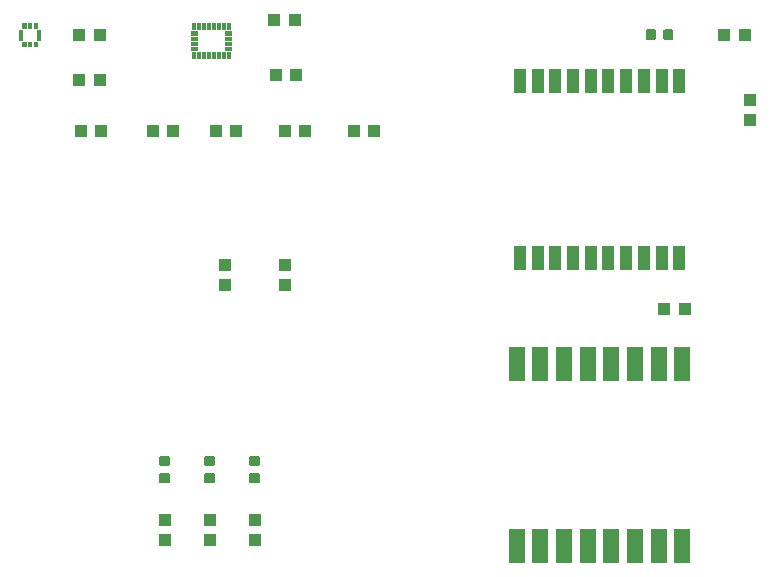
<source format=gbr>
G04 EAGLE Gerber RS-274X export*
G75*
%MOMM*%
%FSLAX34Y34*%
%LPD*%
%INSolderpaste Top*%
%IPPOS*%
%AMOC8*
5,1,8,0,0,1.08239X$1,22.5*%
G01*
%ADD10C,0.031500*%
%ADD11C,0.019600*%
%ADD12R,1.000000X2.000000*%
%ADD13R,1.000000X1.100000*%
%ADD14R,1.400000X3.000000*%
%ADD15R,1.100000X1.000000*%

G36*
X566252Y465203D02*
X566252Y465203D01*
X566254Y465201D01*
X566598Y465228D01*
X566602Y465232D01*
X566606Y465229D01*
X566942Y465310D01*
X566945Y465315D01*
X566949Y465313D01*
X567268Y465445D01*
X567271Y465450D01*
X567275Y465448D01*
X567569Y465628D01*
X567571Y465633D01*
X567575Y465633D01*
X567838Y465857D01*
X567839Y465862D01*
X567844Y465862D01*
X568068Y466125D01*
X568068Y466131D01*
X568072Y466131D01*
X568252Y466425D01*
X568251Y466431D01*
X568256Y466432D01*
X568388Y466751D01*
X568386Y466757D01*
X568390Y466758D01*
X568471Y467094D01*
X568469Y467100D01*
X568472Y467102D01*
X568499Y467446D01*
X568497Y467449D01*
X568499Y467450D01*
X568472Y472694D01*
X568467Y472701D01*
X568471Y472706D01*
X568390Y473042D01*
X568385Y473045D01*
X568388Y473049D01*
X568256Y473368D01*
X568250Y473371D01*
X568252Y473375D01*
X568072Y473669D01*
X568067Y473671D01*
X568068Y473675D01*
X567844Y473938D01*
X567838Y473939D01*
X567838Y473944D01*
X567575Y474168D01*
X567569Y474168D01*
X567569Y474172D01*
X567275Y474352D01*
X567269Y474351D01*
X567268Y474356D01*
X566949Y474488D01*
X566943Y474486D01*
X566942Y474490D01*
X566606Y474571D01*
X566600Y474569D01*
X566598Y474572D01*
X566254Y474599D01*
X566251Y474598D01*
X566250Y474599D01*
X562050Y474599D01*
X562048Y474597D01*
X562046Y474599D01*
X561702Y474572D01*
X561698Y474568D01*
X561694Y474571D01*
X561358Y474490D01*
X561355Y474485D01*
X561351Y474488D01*
X561032Y474356D01*
X561029Y474350D01*
X561025Y474352D01*
X560731Y474172D01*
X560729Y474167D01*
X560725Y474168D01*
X560462Y473944D01*
X560461Y473938D01*
X560457Y473938D01*
X560233Y473675D01*
X560232Y473669D01*
X560228Y473669D01*
X560048Y473375D01*
X560049Y473369D01*
X560045Y473368D01*
X559913Y473049D01*
X559913Y473046D01*
X559911Y473045D01*
X559913Y473043D01*
X559910Y473042D01*
X559829Y472706D01*
X559831Y472702D01*
X559829Y472700D01*
X559830Y472699D01*
X559828Y472698D01*
X559801Y472354D01*
X559803Y472351D01*
X559801Y472350D01*
X559828Y467106D01*
X559833Y467099D01*
X559829Y467094D01*
X559910Y466758D01*
X559915Y466755D01*
X559913Y466751D01*
X560045Y466432D01*
X560050Y466429D01*
X560048Y466425D01*
X560228Y466131D01*
X560233Y466129D01*
X560233Y466125D01*
X560457Y465862D01*
X560462Y465861D01*
X560462Y465857D01*
X560725Y465633D01*
X560731Y465632D01*
X560731Y465628D01*
X561025Y465448D01*
X561031Y465449D01*
X561032Y465445D01*
X561351Y465313D01*
X561357Y465314D01*
X561358Y465310D01*
X561694Y465229D01*
X561700Y465231D01*
X561702Y465228D01*
X562046Y465201D01*
X562049Y465203D01*
X562050Y465201D01*
X566250Y465201D01*
X566252Y465203D01*
G37*
G36*
X580952Y465203D02*
X580952Y465203D01*
X580954Y465201D01*
X581298Y465228D01*
X581302Y465232D01*
X581306Y465229D01*
X581642Y465310D01*
X581645Y465315D01*
X581649Y465313D01*
X581968Y465445D01*
X581971Y465450D01*
X581975Y465448D01*
X582269Y465628D01*
X582271Y465633D01*
X582275Y465633D01*
X582538Y465857D01*
X582539Y465862D01*
X582544Y465862D01*
X582768Y466125D01*
X582768Y466131D01*
X582772Y466131D01*
X582952Y466425D01*
X582951Y466431D01*
X582956Y466432D01*
X583088Y466751D01*
X583086Y466757D01*
X583090Y466758D01*
X583171Y467094D01*
X583169Y467100D01*
X583172Y467102D01*
X583199Y467446D01*
X583197Y467449D01*
X583199Y467450D01*
X583172Y472694D01*
X583167Y472701D01*
X583171Y472706D01*
X583090Y473042D01*
X583085Y473045D01*
X583088Y473049D01*
X582956Y473368D01*
X582950Y473371D01*
X582952Y473375D01*
X582772Y473669D01*
X582767Y473671D01*
X582768Y473675D01*
X582544Y473938D01*
X582538Y473939D01*
X582538Y473944D01*
X582275Y474168D01*
X582269Y474168D01*
X582269Y474172D01*
X581975Y474352D01*
X581969Y474351D01*
X581968Y474356D01*
X581649Y474488D01*
X581643Y474486D01*
X581642Y474490D01*
X581306Y474571D01*
X581300Y474569D01*
X581298Y474572D01*
X580954Y474599D01*
X580951Y474598D01*
X580950Y474599D01*
X576750Y474599D01*
X576748Y474597D01*
X576746Y474599D01*
X576402Y474572D01*
X576398Y474568D01*
X576394Y474571D01*
X576058Y474490D01*
X576055Y474485D01*
X576051Y474488D01*
X575732Y474356D01*
X575729Y474350D01*
X575725Y474352D01*
X575431Y474172D01*
X575429Y474167D01*
X575425Y474168D01*
X575162Y473944D01*
X575161Y473938D01*
X575157Y473938D01*
X574933Y473675D01*
X574932Y473669D01*
X574928Y473669D01*
X574748Y473375D01*
X574749Y473369D01*
X574745Y473368D01*
X574613Y473049D01*
X574613Y473046D01*
X574611Y473045D01*
X574613Y473043D01*
X574610Y473042D01*
X574529Y472706D01*
X574531Y472702D01*
X574529Y472700D01*
X574530Y472699D01*
X574528Y472698D01*
X574501Y472354D01*
X574503Y472351D01*
X574501Y472350D01*
X574528Y467106D01*
X574533Y467099D01*
X574529Y467094D01*
X574610Y466758D01*
X574615Y466755D01*
X574613Y466751D01*
X574745Y466432D01*
X574750Y466429D01*
X574748Y466425D01*
X574928Y466131D01*
X574933Y466129D01*
X574933Y466125D01*
X575157Y465862D01*
X575162Y465861D01*
X575162Y465857D01*
X575425Y465633D01*
X575431Y465632D01*
X575431Y465628D01*
X575725Y465448D01*
X575731Y465449D01*
X575732Y465445D01*
X576051Y465313D01*
X576057Y465314D01*
X576058Y465310D01*
X576394Y465229D01*
X576400Y465231D01*
X576402Y465228D01*
X576746Y465201D01*
X576749Y465203D01*
X576750Y465201D01*
X580950Y465201D01*
X580952Y465203D01*
G37*
G36*
X193294Y104628D02*
X193294Y104628D01*
X193301Y104633D01*
X193306Y104629D01*
X193642Y104710D01*
X193645Y104715D01*
X193649Y104713D01*
X193968Y104845D01*
X193971Y104850D01*
X193975Y104848D01*
X194269Y105028D01*
X194271Y105033D01*
X194275Y105033D01*
X194538Y105257D01*
X194539Y105262D01*
X194544Y105262D01*
X194768Y105525D01*
X194768Y105531D01*
X194772Y105531D01*
X194952Y105825D01*
X194951Y105831D01*
X194956Y105832D01*
X195088Y106151D01*
X195086Y106157D01*
X195090Y106158D01*
X195171Y106494D01*
X195169Y106500D01*
X195172Y106502D01*
X195199Y106846D01*
X195198Y106849D01*
X195199Y106850D01*
X195199Y111050D01*
X195197Y111052D01*
X195199Y111054D01*
X195172Y111398D01*
X195168Y111402D01*
X195171Y111406D01*
X195090Y111742D01*
X195085Y111745D01*
X195088Y111749D01*
X194956Y112068D01*
X194950Y112071D01*
X194952Y112075D01*
X194772Y112369D01*
X194767Y112371D01*
X194768Y112375D01*
X194544Y112638D01*
X194538Y112639D01*
X194538Y112644D01*
X194275Y112868D01*
X194269Y112868D01*
X194269Y112872D01*
X193975Y113052D01*
X193969Y113051D01*
X193968Y113056D01*
X193649Y113188D01*
X193643Y113186D01*
X193642Y113190D01*
X193306Y113271D01*
X193301Y113269D01*
X193300Y113269D01*
X193298Y113272D01*
X192954Y113299D01*
X192951Y113297D01*
X192950Y113299D01*
X187706Y113272D01*
X187701Y113269D01*
X187697Y113269D01*
X187694Y113271D01*
X187358Y113190D01*
X187355Y113185D01*
X187351Y113188D01*
X187032Y113056D01*
X187029Y113050D01*
X187025Y113052D01*
X186731Y112872D01*
X186729Y112867D01*
X186725Y112868D01*
X186462Y112644D01*
X186461Y112638D01*
X186457Y112638D01*
X186233Y112375D01*
X186232Y112369D01*
X186228Y112369D01*
X186048Y112075D01*
X186049Y112069D01*
X186045Y112068D01*
X185913Y111749D01*
X185914Y111743D01*
X185910Y111742D01*
X185829Y111406D01*
X185831Y111400D01*
X185828Y111398D01*
X185801Y111054D01*
X185803Y111051D01*
X185801Y111050D01*
X185801Y106850D01*
X185803Y106848D01*
X185801Y106846D01*
X185828Y106502D01*
X185832Y106498D01*
X185829Y106494D01*
X185910Y106158D01*
X185915Y106155D01*
X185913Y106151D01*
X186045Y105832D01*
X186050Y105829D01*
X186048Y105825D01*
X186228Y105531D01*
X186233Y105529D01*
X186233Y105525D01*
X186457Y105262D01*
X186462Y105261D01*
X186462Y105257D01*
X186725Y105033D01*
X186731Y105032D01*
X186731Y105028D01*
X187025Y104848D01*
X187031Y104849D01*
X187032Y104845D01*
X187351Y104713D01*
X187357Y104714D01*
X187358Y104710D01*
X187694Y104629D01*
X187700Y104631D01*
X187702Y104628D01*
X188046Y104601D01*
X188049Y104603D01*
X188050Y104601D01*
X193294Y104628D01*
G37*
G36*
X231394Y104628D02*
X231394Y104628D01*
X231401Y104633D01*
X231406Y104629D01*
X231742Y104710D01*
X231745Y104715D01*
X231749Y104713D01*
X232068Y104845D01*
X232071Y104850D01*
X232075Y104848D01*
X232369Y105028D01*
X232371Y105033D01*
X232375Y105033D01*
X232638Y105257D01*
X232639Y105262D01*
X232644Y105262D01*
X232868Y105525D01*
X232868Y105531D01*
X232872Y105531D01*
X233052Y105825D01*
X233051Y105831D01*
X233056Y105832D01*
X233188Y106151D01*
X233186Y106157D01*
X233190Y106158D01*
X233271Y106494D01*
X233269Y106500D01*
X233272Y106502D01*
X233299Y106846D01*
X233298Y106849D01*
X233299Y106850D01*
X233299Y111050D01*
X233297Y111052D01*
X233299Y111054D01*
X233272Y111398D01*
X233268Y111402D01*
X233271Y111406D01*
X233190Y111742D01*
X233185Y111745D01*
X233188Y111749D01*
X233056Y112068D01*
X233050Y112071D01*
X233052Y112075D01*
X232872Y112369D01*
X232867Y112371D01*
X232868Y112375D01*
X232644Y112638D01*
X232638Y112639D01*
X232638Y112644D01*
X232375Y112868D01*
X232369Y112868D01*
X232369Y112872D01*
X232075Y113052D01*
X232069Y113051D01*
X232068Y113056D01*
X231749Y113188D01*
X231743Y113186D01*
X231742Y113190D01*
X231406Y113271D01*
X231401Y113269D01*
X231400Y113269D01*
X231398Y113272D01*
X231054Y113299D01*
X231051Y113297D01*
X231050Y113299D01*
X225806Y113272D01*
X225801Y113269D01*
X225797Y113269D01*
X225794Y113271D01*
X225458Y113190D01*
X225455Y113185D01*
X225451Y113188D01*
X225132Y113056D01*
X225129Y113050D01*
X225125Y113052D01*
X224831Y112872D01*
X224829Y112867D01*
X224825Y112868D01*
X224562Y112644D01*
X224561Y112638D01*
X224557Y112638D01*
X224333Y112375D01*
X224332Y112369D01*
X224328Y112369D01*
X224148Y112075D01*
X224149Y112069D01*
X224145Y112068D01*
X224013Y111749D01*
X224014Y111743D01*
X224010Y111742D01*
X223929Y111406D01*
X223931Y111400D01*
X223928Y111398D01*
X223901Y111054D01*
X223903Y111051D01*
X223901Y111050D01*
X223901Y106850D01*
X223903Y106848D01*
X223901Y106846D01*
X223928Y106502D01*
X223932Y106498D01*
X223929Y106494D01*
X224010Y106158D01*
X224015Y106155D01*
X224013Y106151D01*
X224145Y105832D01*
X224150Y105829D01*
X224148Y105825D01*
X224328Y105531D01*
X224333Y105529D01*
X224333Y105525D01*
X224557Y105262D01*
X224562Y105261D01*
X224562Y105257D01*
X224825Y105033D01*
X224831Y105032D01*
X224831Y105028D01*
X225125Y104848D01*
X225131Y104849D01*
X225132Y104845D01*
X225451Y104713D01*
X225457Y104714D01*
X225458Y104710D01*
X225794Y104629D01*
X225800Y104631D01*
X225802Y104628D01*
X226146Y104601D01*
X226149Y104603D01*
X226150Y104601D01*
X231394Y104628D01*
G37*
G36*
X155194Y104628D02*
X155194Y104628D01*
X155201Y104633D01*
X155206Y104629D01*
X155542Y104710D01*
X155545Y104715D01*
X155549Y104713D01*
X155868Y104845D01*
X155871Y104850D01*
X155875Y104848D01*
X156169Y105028D01*
X156171Y105033D01*
X156175Y105033D01*
X156438Y105257D01*
X156439Y105262D01*
X156444Y105262D01*
X156668Y105525D01*
X156668Y105531D01*
X156672Y105531D01*
X156852Y105825D01*
X156851Y105831D01*
X156856Y105832D01*
X156988Y106151D01*
X156986Y106157D01*
X156990Y106158D01*
X157071Y106494D01*
X157069Y106500D01*
X157072Y106502D01*
X157099Y106846D01*
X157098Y106849D01*
X157099Y106850D01*
X157099Y111050D01*
X157097Y111052D01*
X157099Y111054D01*
X157072Y111398D01*
X157068Y111402D01*
X157071Y111406D01*
X156990Y111742D01*
X156985Y111745D01*
X156988Y111749D01*
X156856Y112068D01*
X156850Y112071D01*
X156852Y112075D01*
X156672Y112369D01*
X156667Y112371D01*
X156668Y112375D01*
X156444Y112638D01*
X156438Y112639D01*
X156438Y112644D01*
X156175Y112868D01*
X156169Y112868D01*
X156169Y112872D01*
X155875Y113052D01*
X155869Y113051D01*
X155868Y113056D01*
X155549Y113188D01*
X155543Y113186D01*
X155542Y113190D01*
X155206Y113271D01*
X155201Y113269D01*
X155200Y113269D01*
X155198Y113272D01*
X154854Y113299D01*
X154851Y113297D01*
X154850Y113299D01*
X149606Y113272D01*
X149601Y113269D01*
X149597Y113269D01*
X149594Y113271D01*
X149258Y113190D01*
X149255Y113185D01*
X149251Y113188D01*
X148932Y113056D01*
X148929Y113050D01*
X148925Y113052D01*
X148631Y112872D01*
X148629Y112867D01*
X148625Y112868D01*
X148362Y112644D01*
X148361Y112638D01*
X148357Y112638D01*
X148133Y112375D01*
X148132Y112369D01*
X148128Y112369D01*
X147948Y112075D01*
X147949Y112069D01*
X147945Y112068D01*
X147813Y111749D01*
X147814Y111743D01*
X147810Y111742D01*
X147729Y111406D01*
X147731Y111400D01*
X147728Y111398D01*
X147701Y111054D01*
X147703Y111051D01*
X147701Y111050D01*
X147701Y106850D01*
X147703Y106848D01*
X147701Y106846D01*
X147728Y106502D01*
X147732Y106498D01*
X147729Y106494D01*
X147810Y106158D01*
X147815Y106155D01*
X147813Y106151D01*
X147945Y105832D01*
X147950Y105829D01*
X147948Y105825D01*
X148128Y105531D01*
X148133Y105529D01*
X148133Y105525D01*
X148357Y105262D01*
X148362Y105261D01*
X148362Y105257D01*
X148625Y105033D01*
X148631Y105032D01*
X148631Y105028D01*
X148925Y104848D01*
X148931Y104849D01*
X148932Y104845D01*
X149251Y104713D01*
X149257Y104714D01*
X149258Y104710D01*
X149594Y104629D01*
X149600Y104631D01*
X149602Y104628D01*
X149946Y104601D01*
X149949Y104603D01*
X149950Y104601D01*
X155194Y104628D01*
G37*
G36*
X231394Y89928D02*
X231394Y89928D01*
X231401Y89933D01*
X231406Y89929D01*
X231742Y90010D01*
X231745Y90015D01*
X231749Y90013D01*
X232068Y90145D01*
X232071Y90150D01*
X232075Y90148D01*
X232369Y90328D01*
X232371Y90333D01*
X232375Y90333D01*
X232638Y90557D01*
X232639Y90562D01*
X232644Y90562D01*
X232868Y90825D01*
X232868Y90831D01*
X232872Y90831D01*
X233052Y91125D01*
X233051Y91131D01*
X233056Y91132D01*
X233188Y91451D01*
X233186Y91457D01*
X233190Y91458D01*
X233271Y91794D01*
X233269Y91800D01*
X233272Y91802D01*
X233299Y92146D01*
X233298Y92149D01*
X233299Y92150D01*
X233299Y96350D01*
X233297Y96352D01*
X233299Y96354D01*
X233272Y96698D01*
X233268Y96702D01*
X233271Y96706D01*
X233190Y97042D01*
X233185Y97045D01*
X233188Y97049D01*
X233056Y97368D01*
X233050Y97371D01*
X233052Y97375D01*
X232872Y97669D01*
X232867Y97671D01*
X232868Y97675D01*
X232644Y97938D01*
X232638Y97939D01*
X232638Y97944D01*
X232375Y98168D01*
X232369Y98168D01*
X232369Y98172D01*
X232075Y98352D01*
X232069Y98351D01*
X232068Y98356D01*
X231749Y98488D01*
X231743Y98486D01*
X231742Y98490D01*
X231406Y98571D01*
X231401Y98569D01*
X231400Y98569D01*
X231398Y98572D01*
X231054Y98599D01*
X231051Y98597D01*
X231050Y98599D01*
X225806Y98572D01*
X225801Y98569D01*
X225797Y98569D01*
X225794Y98571D01*
X225458Y98490D01*
X225455Y98485D01*
X225451Y98488D01*
X225132Y98356D01*
X225129Y98350D01*
X225125Y98352D01*
X224831Y98172D01*
X224829Y98167D01*
X224825Y98168D01*
X224562Y97944D01*
X224561Y97938D01*
X224557Y97938D01*
X224333Y97675D01*
X224332Y97669D01*
X224328Y97669D01*
X224148Y97375D01*
X224149Y97369D01*
X224145Y97368D01*
X224013Y97049D01*
X224014Y97043D01*
X224010Y97042D01*
X223929Y96706D01*
X223931Y96700D01*
X223928Y96698D01*
X223901Y96354D01*
X223903Y96351D01*
X223901Y96350D01*
X223901Y92150D01*
X223903Y92148D01*
X223901Y92146D01*
X223928Y91802D01*
X223932Y91798D01*
X223929Y91794D01*
X224010Y91458D01*
X224015Y91455D01*
X224013Y91451D01*
X224145Y91132D01*
X224150Y91129D01*
X224148Y91125D01*
X224328Y90831D01*
X224333Y90829D01*
X224333Y90825D01*
X224557Y90562D01*
X224562Y90561D01*
X224562Y90557D01*
X224825Y90333D01*
X224831Y90332D01*
X224831Y90328D01*
X225125Y90148D01*
X225131Y90149D01*
X225132Y90145D01*
X225451Y90013D01*
X225457Y90014D01*
X225458Y90010D01*
X225794Y89929D01*
X225800Y89931D01*
X225802Y89928D01*
X226146Y89901D01*
X226149Y89903D01*
X226150Y89901D01*
X231394Y89928D01*
G37*
G36*
X193294Y89928D02*
X193294Y89928D01*
X193301Y89933D01*
X193306Y89929D01*
X193642Y90010D01*
X193645Y90015D01*
X193649Y90013D01*
X193968Y90145D01*
X193971Y90150D01*
X193975Y90148D01*
X194269Y90328D01*
X194271Y90333D01*
X194275Y90333D01*
X194538Y90557D01*
X194539Y90562D01*
X194544Y90562D01*
X194768Y90825D01*
X194768Y90831D01*
X194772Y90831D01*
X194952Y91125D01*
X194951Y91131D01*
X194956Y91132D01*
X195088Y91451D01*
X195086Y91457D01*
X195090Y91458D01*
X195171Y91794D01*
X195169Y91800D01*
X195172Y91802D01*
X195199Y92146D01*
X195198Y92149D01*
X195199Y92150D01*
X195199Y96350D01*
X195197Y96352D01*
X195199Y96354D01*
X195172Y96698D01*
X195168Y96702D01*
X195171Y96706D01*
X195090Y97042D01*
X195085Y97045D01*
X195088Y97049D01*
X194956Y97368D01*
X194950Y97371D01*
X194952Y97375D01*
X194772Y97669D01*
X194767Y97671D01*
X194768Y97675D01*
X194544Y97938D01*
X194538Y97939D01*
X194538Y97944D01*
X194275Y98168D01*
X194269Y98168D01*
X194269Y98172D01*
X193975Y98352D01*
X193969Y98351D01*
X193968Y98356D01*
X193649Y98488D01*
X193643Y98486D01*
X193642Y98490D01*
X193306Y98571D01*
X193301Y98569D01*
X193300Y98569D01*
X193298Y98572D01*
X192954Y98599D01*
X192951Y98597D01*
X192950Y98599D01*
X187706Y98572D01*
X187701Y98569D01*
X187697Y98569D01*
X187694Y98571D01*
X187358Y98490D01*
X187355Y98485D01*
X187351Y98488D01*
X187032Y98356D01*
X187029Y98350D01*
X187025Y98352D01*
X186731Y98172D01*
X186729Y98167D01*
X186725Y98168D01*
X186462Y97944D01*
X186461Y97938D01*
X186457Y97938D01*
X186233Y97675D01*
X186232Y97669D01*
X186228Y97669D01*
X186048Y97375D01*
X186049Y97369D01*
X186045Y97368D01*
X185913Y97049D01*
X185914Y97043D01*
X185910Y97042D01*
X185829Y96706D01*
X185831Y96700D01*
X185828Y96698D01*
X185801Y96354D01*
X185803Y96351D01*
X185801Y96350D01*
X185801Y92150D01*
X185803Y92148D01*
X185801Y92146D01*
X185828Y91802D01*
X185832Y91798D01*
X185829Y91794D01*
X185910Y91458D01*
X185915Y91455D01*
X185913Y91451D01*
X186045Y91132D01*
X186050Y91129D01*
X186048Y91125D01*
X186228Y90831D01*
X186233Y90829D01*
X186233Y90825D01*
X186457Y90562D01*
X186462Y90561D01*
X186462Y90557D01*
X186725Y90333D01*
X186731Y90332D01*
X186731Y90328D01*
X187025Y90148D01*
X187031Y90149D01*
X187032Y90145D01*
X187351Y90013D01*
X187357Y90014D01*
X187358Y90010D01*
X187694Y89929D01*
X187700Y89931D01*
X187702Y89928D01*
X188046Y89901D01*
X188049Y89903D01*
X188050Y89901D01*
X193294Y89928D01*
G37*
G36*
X155194Y89928D02*
X155194Y89928D01*
X155201Y89933D01*
X155206Y89929D01*
X155542Y90010D01*
X155545Y90015D01*
X155549Y90013D01*
X155868Y90145D01*
X155871Y90150D01*
X155875Y90148D01*
X156169Y90328D01*
X156171Y90333D01*
X156175Y90333D01*
X156438Y90557D01*
X156439Y90562D01*
X156444Y90562D01*
X156668Y90825D01*
X156668Y90831D01*
X156672Y90831D01*
X156852Y91125D01*
X156851Y91131D01*
X156856Y91132D01*
X156988Y91451D01*
X156986Y91457D01*
X156990Y91458D01*
X157071Y91794D01*
X157069Y91800D01*
X157072Y91802D01*
X157099Y92146D01*
X157098Y92149D01*
X157099Y92150D01*
X157099Y96350D01*
X157097Y96352D01*
X157099Y96354D01*
X157072Y96698D01*
X157068Y96702D01*
X157071Y96706D01*
X156990Y97042D01*
X156985Y97045D01*
X156988Y97049D01*
X156856Y97368D01*
X156850Y97371D01*
X156852Y97375D01*
X156672Y97669D01*
X156667Y97671D01*
X156668Y97675D01*
X156444Y97938D01*
X156438Y97939D01*
X156438Y97944D01*
X156175Y98168D01*
X156169Y98168D01*
X156169Y98172D01*
X155875Y98352D01*
X155869Y98351D01*
X155868Y98356D01*
X155549Y98488D01*
X155543Y98486D01*
X155542Y98490D01*
X155206Y98571D01*
X155201Y98569D01*
X155200Y98569D01*
X155198Y98572D01*
X154854Y98599D01*
X154851Y98597D01*
X154850Y98599D01*
X149606Y98572D01*
X149601Y98569D01*
X149597Y98569D01*
X149594Y98571D01*
X149258Y98490D01*
X149255Y98485D01*
X149251Y98488D01*
X148932Y98356D01*
X148929Y98350D01*
X148925Y98352D01*
X148631Y98172D01*
X148629Y98167D01*
X148625Y98168D01*
X148362Y97944D01*
X148361Y97938D01*
X148357Y97938D01*
X148133Y97675D01*
X148132Y97669D01*
X148128Y97669D01*
X147948Y97375D01*
X147949Y97369D01*
X147945Y97368D01*
X147813Y97049D01*
X147814Y97043D01*
X147810Y97042D01*
X147729Y96706D01*
X147731Y96700D01*
X147728Y96698D01*
X147701Y96354D01*
X147703Y96351D01*
X147701Y96350D01*
X147701Y92150D01*
X147703Y92148D01*
X147701Y92146D01*
X147728Y91802D01*
X147732Y91798D01*
X147729Y91794D01*
X147810Y91458D01*
X147815Y91455D01*
X147813Y91451D01*
X147945Y91132D01*
X147950Y91129D01*
X147948Y91125D01*
X148128Y90831D01*
X148133Y90829D01*
X148133Y90825D01*
X148357Y90562D01*
X148362Y90561D01*
X148362Y90557D01*
X148625Y90333D01*
X148631Y90332D01*
X148631Y90328D01*
X148925Y90148D01*
X148931Y90149D01*
X148932Y90145D01*
X149251Y90013D01*
X149257Y90014D01*
X149258Y90010D01*
X149594Y89929D01*
X149600Y89931D01*
X149602Y89928D01*
X149946Y89901D01*
X149949Y89903D01*
X149950Y89901D01*
X155194Y89928D01*
G37*
D10*
X32043Y474143D02*
X32043Y470657D01*
X28857Y470657D01*
X28857Y474143D01*
X32043Y474143D01*
X32043Y470956D02*
X28857Y470956D01*
X28857Y471255D02*
X32043Y471255D01*
X32043Y471554D02*
X28857Y471554D01*
X28857Y471853D02*
X32043Y471853D01*
X32043Y472152D02*
X28857Y472152D01*
X28857Y472451D02*
X32043Y472451D01*
X32043Y472750D02*
X28857Y472750D01*
X28857Y473049D02*
X32043Y473049D01*
X32043Y473348D02*
X28857Y473348D01*
X28857Y473647D02*
X32043Y473647D01*
X32043Y473946D02*
X28857Y473946D01*
X32043Y469143D02*
X32043Y465657D01*
X28857Y465657D01*
X28857Y469143D01*
X32043Y469143D01*
X32043Y465956D02*
X28857Y465956D01*
X28857Y466255D02*
X32043Y466255D01*
X32043Y466554D02*
X28857Y466554D01*
X28857Y466853D02*
X32043Y466853D01*
X32043Y467152D02*
X28857Y467152D01*
X28857Y467451D02*
X32043Y467451D01*
X32043Y467750D02*
X28857Y467750D01*
X28857Y468049D02*
X32043Y468049D01*
X32043Y468348D02*
X28857Y468348D01*
X28857Y468647D02*
X32043Y468647D01*
X32043Y468946D02*
X28857Y468946D01*
X34693Y463993D02*
X34693Y460507D01*
X31507Y460507D01*
X31507Y463993D01*
X34693Y463993D01*
X34693Y460806D02*
X31507Y460806D01*
X31507Y461105D02*
X34693Y461105D01*
X34693Y461404D02*
X31507Y461404D01*
X31507Y461703D02*
X34693Y461703D01*
X34693Y462002D02*
X31507Y462002D01*
X31507Y462301D02*
X34693Y462301D01*
X34693Y462600D02*
X31507Y462600D01*
X31507Y462899D02*
X34693Y462899D01*
X34693Y463198D02*
X31507Y463198D01*
X31507Y463497D02*
X34693Y463497D01*
X34693Y463796D02*
X31507Y463796D01*
X39693Y463993D02*
X39693Y460507D01*
X36507Y460507D01*
X36507Y463993D01*
X39693Y463993D01*
X39693Y460806D02*
X36507Y460806D01*
X36507Y461105D02*
X39693Y461105D01*
X39693Y461404D02*
X36507Y461404D01*
X36507Y461703D02*
X39693Y461703D01*
X39693Y462002D02*
X36507Y462002D01*
X36507Y462301D02*
X39693Y462301D01*
X39693Y462600D02*
X36507Y462600D01*
X36507Y462899D02*
X39693Y462899D01*
X39693Y463198D02*
X36507Y463198D01*
X36507Y463497D02*
X39693Y463497D01*
X39693Y463796D02*
X36507Y463796D01*
X44693Y463993D02*
X44693Y460507D01*
X41507Y460507D01*
X41507Y463993D01*
X44693Y463993D01*
X44693Y460806D02*
X41507Y460806D01*
X41507Y461105D02*
X44693Y461105D01*
X44693Y461404D02*
X41507Y461404D01*
X41507Y461703D02*
X44693Y461703D01*
X44693Y462002D02*
X41507Y462002D01*
X41507Y462301D02*
X44693Y462301D01*
X44693Y462600D02*
X41507Y462600D01*
X41507Y462899D02*
X44693Y462899D01*
X44693Y463198D02*
X41507Y463198D01*
X41507Y463497D02*
X44693Y463497D01*
X44693Y463796D02*
X41507Y463796D01*
X47343Y465657D02*
X47343Y469143D01*
X47343Y465657D02*
X44157Y465657D01*
X44157Y469143D01*
X47343Y469143D01*
X47343Y465956D02*
X44157Y465956D01*
X44157Y466255D02*
X47343Y466255D01*
X47343Y466554D02*
X44157Y466554D01*
X44157Y466853D02*
X47343Y466853D01*
X47343Y467152D02*
X44157Y467152D01*
X44157Y467451D02*
X47343Y467451D01*
X47343Y467750D02*
X44157Y467750D01*
X44157Y468049D02*
X47343Y468049D01*
X47343Y468348D02*
X44157Y468348D01*
X44157Y468647D02*
X47343Y468647D01*
X47343Y468946D02*
X44157Y468946D01*
X47343Y470657D02*
X47343Y474143D01*
X47343Y470657D02*
X44157Y470657D01*
X44157Y474143D01*
X47343Y474143D01*
X47343Y470956D02*
X44157Y470956D01*
X44157Y471255D02*
X47343Y471255D01*
X47343Y471554D02*
X44157Y471554D01*
X44157Y471853D02*
X47343Y471853D01*
X47343Y472152D02*
X44157Y472152D01*
X44157Y472451D02*
X47343Y472451D01*
X47343Y472750D02*
X44157Y472750D01*
X44157Y473049D02*
X47343Y473049D01*
X47343Y473348D02*
X44157Y473348D01*
X44157Y473647D02*
X47343Y473647D01*
X47343Y473946D02*
X44157Y473946D01*
X44693Y475807D02*
X44693Y479293D01*
X44693Y475807D02*
X41507Y475807D01*
X41507Y479293D01*
X44693Y479293D01*
X44693Y476106D02*
X41507Y476106D01*
X41507Y476405D02*
X44693Y476405D01*
X44693Y476704D02*
X41507Y476704D01*
X41507Y477003D02*
X44693Y477003D01*
X44693Y477302D02*
X41507Y477302D01*
X41507Y477601D02*
X44693Y477601D01*
X44693Y477900D02*
X41507Y477900D01*
X41507Y478199D02*
X44693Y478199D01*
X44693Y478498D02*
X41507Y478498D01*
X41507Y478797D02*
X44693Y478797D01*
X44693Y479096D02*
X41507Y479096D01*
X39693Y479293D02*
X39693Y475807D01*
X36507Y475807D01*
X36507Y479293D01*
X39693Y479293D01*
X39693Y476106D02*
X36507Y476106D01*
X36507Y476405D02*
X39693Y476405D01*
X39693Y476704D02*
X36507Y476704D01*
X36507Y477003D02*
X39693Y477003D01*
X39693Y477302D02*
X36507Y477302D01*
X36507Y477601D02*
X39693Y477601D01*
X39693Y477900D02*
X36507Y477900D01*
X36507Y478199D02*
X39693Y478199D01*
X39693Y478498D02*
X36507Y478498D01*
X36507Y478797D02*
X39693Y478797D01*
X39693Y479096D02*
X36507Y479096D01*
X34693Y479293D02*
X34693Y475807D01*
X31507Y475807D01*
X31507Y479293D01*
X34693Y479293D01*
X34693Y476106D02*
X31507Y476106D01*
X31507Y476405D02*
X34693Y476405D01*
X34693Y476704D02*
X31507Y476704D01*
X31507Y477003D02*
X34693Y477003D01*
X34693Y477302D02*
X31507Y477302D01*
X31507Y477601D02*
X34693Y477601D01*
X34693Y477900D02*
X31507Y477900D01*
X31507Y478199D02*
X34693Y478199D01*
X34693Y478498D02*
X31507Y478498D01*
X31507Y478797D02*
X34693Y478797D01*
X34693Y479096D02*
X31507Y479096D01*
D11*
X178022Y479572D02*
X178022Y474468D01*
X175418Y474468D01*
X175418Y479572D01*
X178022Y479572D01*
X178022Y474654D02*
X175418Y474654D01*
X175418Y474840D02*
X178022Y474840D01*
X178022Y475026D02*
X175418Y475026D01*
X175418Y475212D02*
X178022Y475212D01*
X178022Y475398D02*
X175418Y475398D01*
X175418Y475584D02*
X178022Y475584D01*
X178022Y475770D02*
X175418Y475770D01*
X175418Y475956D02*
X178022Y475956D01*
X178022Y476142D02*
X175418Y476142D01*
X175418Y476328D02*
X178022Y476328D01*
X178022Y476514D02*
X175418Y476514D01*
X175418Y476700D02*
X178022Y476700D01*
X178022Y476886D02*
X175418Y476886D01*
X175418Y477072D02*
X178022Y477072D01*
X178022Y477258D02*
X175418Y477258D01*
X175418Y477444D02*
X178022Y477444D01*
X178022Y477630D02*
X175418Y477630D01*
X175418Y477816D02*
X178022Y477816D01*
X178022Y478002D02*
X175418Y478002D01*
X175418Y478188D02*
X178022Y478188D01*
X178022Y478374D02*
X175418Y478374D01*
X175418Y478560D02*
X178022Y478560D01*
X178022Y478746D02*
X175418Y478746D01*
X175418Y478932D02*
X178022Y478932D01*
X178022Y479118D02*
X175418Y479118D01*
X175418Y479304D02*
X178022Y479304D01*
X178022Y479490D02*
X175418Y479490D01*
X174518Y472572D02*
X179622Y472572D01*
X179622Y469968D01*
X174518Y469968D01*
X174518Y472572D01*
X174518Y470154D02*
X179622Y470154D01*
X179622Y470340D02*
X174518Y470340D01*
X174518Y470526D02*
X179622Y470526D01*
X179622Y470712D02*
X174518Y470712D01*
X174518Y470898D02*
X179622Y470898D01*
X179622Y471084D02*
X174518Y471084D01*
X174518Y471270D02*
X179622Y471270D01*
X179622Y471456D02*
X174518Y471456D01*
X174518Y471642D02*
X179622Y471642D01*
X179622Y471828D02*
X174518Y471828D01*
X174518Y472014D02*
X179622Y472014D01*
X179622Y472200D02*
X174518Y472200D01*
X174518Y472386D02*
X179622Y472386D01*
X179622Y472572D02*
X174518Y472572D01*
X174518Y468272D02*
X179622Y468272D01*
X179622Y465668D01*
X174518Y465668D01*
X174518Y468272D01*
X174518Y465854D02*
X179622Y465854D01*
X179622Y466040D02*
X174518Y466040D01*
X174518Y466226D02*
X179622Y466226D01*
X179622Y466412D02*
X174518Y466412D01*
X174518Y466598D02*
X179622Y466598D01*
X179622Y466784D02*
X174518Y466784D01*
X174518Y466970D02*
X179622Y466970D01*
X179622Y467156D02*
X174518Y467156D01*
X174518Y467342D02*
X179622Y467342D01*
X179622Y467528D02*
X174518Y467528D01*
X174518Y467714D02*
X179622Y467714D01*
X179622Y467900D02*
X174518Y467900D01*
X174518Y468086D02*
X179622Y468086D01*
X179622Y468272D02*
X174518Y468272D01*
X174518Y463972D02*
X179622Y463972D01*
X179622Y461368D01*
X174518Y461368D01*
X174518Y463972D01*
X174518Y461554D02*
X179622Y461554D01*
X179622Y461740D02*
X174518Y461740D01*
X174518Y461926D02*
X179622Y461926D01*
X179622Y462112D02*
X174518Y462112D01*
X174518Y462298D02*
X179622Y462298D01*
X179622Y462484D02*
X174518Y462484D01*
X174518Y462670D02*
X179622Y462670D01*
X179622Y462856D02*
X174518Y462856D01*
X174518Y463042D02*
X179622Y463042D01*
X179622Y463228D02*
X174518Y463228D01*
X174518Y463414D02*
X179622Y463414D01*
X179622Y463600D02*
X174518Y463600D01*
X174518Y463786D02*
X179622Y463786D01*
X179622Y463972D02*
X174518Y463972D01*
X174518Y459672D02*
X179622Y459672D01*
X179622Y457068D01*
X174518Y457068D01*
X174518Y459672D01*
X174518Y457254D02*
X179622Y457254D01*
X179622Y457440D02*
X174518Y457440D01*
X174518Y457626D02*
X179622Y457626D01*
X179622Y457812D02*
X174518Y457812D01*
X174518Y457998D02*
X179622Y457998D01*
X179622Y458184D02*
X174518Y458184D01*
X174518Y458370D02*
X179622Y458370D01*
X179622Y458556D02*
X174518Y458556D01*
X174518Y458742D02*
X179622Y458742D01*
X179622Y458928D02*
X174518Y458928D01*
X174518Y459114D02*
X179622Y459114D01*
X179622Y459300D02*
X174518Y459300D01*
X174518Y459486D02*
X179622Y459486D01*
X179622Y459672D02*
X174518Y459672D01*
X175418Y455172D02*
X175418Y450068D01*
X175418Y455172D02*
X178022Y455172D01*
X178022Y450068D01*
X175418Y450068D01*
X175418Y450254D02*
X178022Y450254D01*
X178022Y450440D02*
X175418Y450440D01*
X175418Y450626D02*
X178022Y450626D01*
X178022Y450812D02*
X175418Y450812D01*
X175418Y450998D02*
X178022Y450998D01*
X178022Y451184D02*
X175418Y451184D01*
X175418Y451370D02*
X178022Y451370D01*
X178022Y451556D02*
X175418Y451556D01*
X175418Y451742D02*
X178022Y451742D01*
X178022Y451928D02*
X175418Y451928D01*
X175418Y452114D02*
X178022Y452114D01*
X178022Y452300D02*
X175418Y452300D01*
X175418Y452486D02*
X178022Y452486D01*
X178022Y452672D02*
X175418Y452672D01*
X175418Y452858D02*
X178022Y452858D01*
X178022Y453044D02*
X175418Y453044D01*
X175418Y453230D02*
X178022Y453230D01*
X178022Y453416D02*
X175418Y453416D01*
X175418Y453602D02*
X178022Y453602D01*
X178022Y453788D02*
X175418Y453788D01*
X175418Y453974D02*
X178022Y453974D01*
X178022Y454160D02*
X175418Y454160D01*
X175418Y454346D02*
X178022Y454346D01*
X178022Y454532D02*
X175418Y454532D01*
X175418Y454718D02*
X178022Y454718D01*
X178022Y454904D02*
X175418Y454904D01*
X175418Y455090D02*
X178022Y455090D01*
X179718Y455172D02*
X179718Y450068D01*
X179718Y455172D02*
X182322Y455172D01*
X182322Y450068D01*
X179718Y450068D01*
X179718Y450254D02*
X182322Y450254D01*
X182322Y450440D02*
X179718Y450440D01*
X179718Y450626D02*
X182322Y450626D01*
X182322Y450812D02*
X179718Y450812D01*
X179718Y450998D02*
X182322Y450998D01*
X182322Y451184D02*
X179718Y451184D01*
X179718Y451370D02*
X182322Y451370D01*
X182322Y451556D02*
X179718Y451556D01*
X179718Y451742D02*
X182322Y451742D01*
X182322Y451928D02*
X179718Y451928D01*
X179718Y452114D02*
X182322Y452114D01*
X182322Y452300D02*
X179718Y452300D01*
X179718Y452486D02*
X182322Y452486D01*
X182322Y452672D02*
X179718Y452672D01*
X179718Y452858D02*
X182322Y452858D01*
X182322Y453044D02*
X179718Y453044D01*
X179718Y453230D02*
X182322Y453230D01*
X182322Y453416D02*
X179718Y453416D01*
X179718Y453602D02*
X182322Y453602D01*
X182322Y453788D02*
X179718Y453788D01*
X179718Y453974D02*
X182322Y453974D01*
X182322Y454160D02*
X179718Y454160D01*
X179718Y454346D02*
X182322Y454346D01*
X182322Y454532D02*
X179718Y454532D01*
X179718Y454718D02*
X182322Y454718D01*
X182322Y454904D02*
X179718Y454904D01*
X179718Y455090D02*
X182322Y455090D01*
X184018Y455172D02*
X184018Y450068D01*
X184018Y455172D02*
X186622Y455172D01*
X186622Y450068D01*
X184018Y450068D01*
X184018Y450254D02*
X186622Y450254D01*
X186622Y450440D02*
X184018Y450440D01*
X184018Y450626D02*
X186622Y450626D01*
X186622Y450812D02*
X184018Y450812D01*
X184018Y450998D02*
X186622Y450998D01*
X186622Y451184D02*
X184018Y451184D01*
X184018Y451370D02*
X186622Y451370D01*
X186622Y451556D02*
X184018Y451556D01*
X184018Y451742D02*
X186622Y451742D01*
X186622Y451928D02*
X184018Y451928D01*
X184018Y452114D02*
X186622Y452114D01*
X186622Y452300D02*
X184018Y452300D01*
X184018Y452486D02*
X186622Y452486D01*
X186622Y452672D02*
X184018Y452672D01*
X184018Y452858D02*
X186622Y452858D01*
X186622Y453044D02*
X184018Y453044D01*
X184018Y453230D02*
X186622Y453230D01*
X186622Y453416D02*
X184018Y453416D01*
X184018Y453602D02*
X186622Y453602D01*
X186622Y453788D02*
X184018Y453788D01*
X184018Y453974D02*
X186622Y453974D01*
X186622Y454160D02*
X184018Y454160D01*
X184018Y454346D02*
X186622Y454346D01*
X186622Y454532D02*
X184018Y454532D01*
X184018Y454718D02*
X186622Y454718D01*
X186622Y454904D02*
X184018Y454904D01*
X184018Y455090D02*
X186622Y455090D01*
X188318Y455172D02*
X188318Y450068D01*
X188318Y455172D02*
X190922Y455172D01*
X190922Y450068D01*
X188318Y450068D01*
X188318Y450254D02*
X190922Y450254D01*
X190922Y450440D02*
X188318Y450440D01*
X188318Y450626D02*
X190922Y450626D01*
X190922Y450812D02*
X188318Y450812D01*
X188318Y450998D02*
X190922Y450998D01*
X190922Y451184D02*
X188318Y451184D01*
X188318Y451370D02*
X190922Y451370D01*
X190922Y451556D02*
X188318Y451556D01*
X188318Y451742D02*
X190922Y451742D01*
X190922Y451928D02*
X188318Y451928D01*
X188318Y452114D02*
X190922Y452114D01*
X190922Y452300D02*
X188318Y452300D01*
X188318Y452486D02*
X190922Y452486D01*
X190922Y452672D02*
X188318Y452672D01*
X188318Y452858D02*
X190922Y452858D01*
X190922Y453044D02*
X188318Y453044D01*
X188318Y453230D02*
X190922Y453230D01*
X190922Y453416D02*
X188318Y453416D01*
X188318Y453602D02*
X190922Y453602D01*
X190922Y453788D02*
X188318Y453788D01*
X188318Y453974D02*
X190922Y453974D01*
X190922Y454160D02*
X188318Y454160D01*
X188318Y454346D02*
X190922Y454346D01*
X190922Y454532D02*
X188318Y454532D01*
X188318Y454718D02*
X190922Y454718D01*
X190922Y454904D02*
X188318Y454904D01*
X188318Y455090D02*
X190922Y455090D01*
X192618Y455172D02*
X192618Y450068D01*
X192618Y455172D02*
X195222Y455172D01*
X195222Y450068D01*
X192618Y450068D01*
X192618Y450254D02*
X195222Y450254D01*
X195222Y450440D02*
X192618Y450440D01*
X192618Y450626D02*
X195222Y450626D01*
X195222Y450812D02*
X192618Y450812D01*
X192618Y450998D02*
X195222Y450998D01*
X195222Y451184D02*
X192618Y451184D01*
X192618Y451370D02*
X195222Y451370D01*
X195222Y451556D02*
X192618Y451556D01*
X192618Y451742D02*
X195222Y451742D01*
X195222Y451928D02*
X192618Y451928D01*
X192618Y452114D02*
X195222Y452114D01*
X195222Y452300D02*
X192618Y452300D01*
X192618Y452486D02*
X195222Y452486D01*
X195222Y452672D02*
X192618Y452672D01*
X192618Y452858D02*
X195222Y452858D01*
X195222Y453044D02*
X192618Y453044D01*
X192618Y453230D02*
X195222Y453230D01*
X195222Y453416D02*
X192618Y453416D01*
X192618Y453602D02*
X195222Y453602D01*
X195222Y453788D02*
X192618Y453788D01*
X192618Y453974D02*
X195222Y453974D01*
X195222Y454160D02*
X192618Y454160D01*
X192618Y454346D02*
X195222Y454346D01*
X195222Y454532D02*
X192618Y454532D01*
X192618Y454718D02*
X195222Y454718D01*
X195222Y454904D02*
X192618Y454904D01*
X192618Y455090D02*
X195222Y455090D01*
X196918Y455172D02*
X196918Y450068D01*
X196918Y455172D02*
X199522Y455172D01*
X199522Y450068D01*
X196918Y450068D01*
X196918Y450254D02*
X199522Y450254D01*
X199522Y450440D02*
X196918Y450440D01*
X196918Y450626D02*
X199522Y450626D01*
X199522Y450812D02*
X196918Y450812D01*
X196918Y450998D02*
X199522Y450998D01*
X199522Y451184D02*
X196918Y451184D01*
X196918Y451370D02*
X199522Y451370D01*
X199522Y451556D02*
X196918Y451556D01*
X196918Y451742D02*
X199522Y451742D01*
X199522Y451928D02*
X196918Y451928D01*
X196918Y452114D02*
X199522Y452114D01*
X199522Y452300D02*
X196918Y452300D01*
X196918Y452486D02*
X199522Y452486D01*
X199522Y452672D02*
X196918Y452672D01*
X196918Y452858D02*
X199522Y452858D01*
X199522Y453044D02*
X196918Y453044D01*
X196918Y453230D02*
X199522Y453230D01*
X199522Y453416D02*
X196918Y453416D01*
X196918Y453602D02*
X199522Y453602D01*
X199522Y453788D02*
X196918Y453788D01*
X196918Y453974D02*
X199522Y453974D01*
X199522Y454160D02*
X196918Y454160D01*
X196918Y454346D02*
X199522Y454346D01*
X199522Y454532D02*
X196918Y454532D01*
X196918Y454718D02*
X199522Y454718D01*
X199522Y454904D02*
X196918Y454904D01*
X196918Y455090D02*
X199522Y455090D01*
X201218Y455172D02*
X201218Y450068D01*
X201218Y455172D02*
X203822Y455172D01*
X203822Y450068D01*
X201218Y450068D01*
X201218Y450254D02*
X203822Y450254D01*
X203822Y450440D02*
X201218Y450440D01*
X201218Y450626D02*
X203822Y450626D01*
X203822Y450812D02*
X201218Y450812D01*
X201218Y450998D02*
X203822Y450998D01*
X203822Y451184D02*
X201218Y451184D01*
X201218Y451370D02*
X203822Y451370D01*
X203822Y451556D02*
X201218Y451556D01*
X201218Y451742D02*
X203822Y451742D01*
X203822Y451928D02*
X201218Y451928D01*
X201218Y452114D02*
X203822Y452114D01*
X203822Y452300D02*
X201218Y452300D01*
X201218Y452486D02*
X203822Y452486D01*
X203822Y452672D02*
X201218Y452672D01*
X201218Y452858D02*
X203822Y452858D01*
X203822Y453044D02*
X201218Y453044D01*
X201218Y453230D02*
X203822Y453230D01*
X203822Y453416D02*
X201218Y453416D01*
X201218Y453602D02*
X203822Y453602D01*
X203822Y453788D02*
X201218Y453788D01*
X201218Y453974D02*
X203822Y453974D01*
X203822Y454160D02*
X201218Y454160D01*
X201218Y454346D02*
X203822Y454346D01*
X203822Y454532D02*
X201218Y454532D01*
X201218Y454718D02*
X203822Y454718D01*
X203822Y454904D02*
X201218Y454904D01*
X201218Y455090D02*
X203822Y455090D01*
X205518Y455172D02*
X205518Y450068D01*
X205518Y455172D02*
X208122Y455172D01*
X208122Y450068D01*
X205518Y450068D01*
X205518Y450254D02*
X208122Y450254D01*
X208122Y450440D02*
X205518Y450440D01*
X205518Y450626D02*
X208122Y450626D01*
X208122Y450812D02*
X205518Y450812D01*
X205518Y450998D02*
X208122Y450998D01*
X208122Y451184D02*
X205518Y451184D01*
X205518Y451370D02*
X208122Y451370D01*
X208122Y451556D02*
X205518Y451556D01*
X205518Y451742D02*
X208122Y451742D01*
X208122Y451928D02*
X205518Y451928D01*
X205518Y452114D02*
X208122Y452114D01*
X208122Y452300D02*
X205518Y452300D01*
X205518Y452486D02*
X208122Y452486D01*
X208122Y452672D02*
X205518Y452672D01*
X205518Y452858D02*
X208122Y452858D01*
X208122Y453044D02*
X205518Y453044D01*
X205518Y453230D02*
X208122Y453230D01*
X208122Y453416D02*
X205518Y453416D01*
X205518Y453602D02*
X208122Y453602D01*
X208122Y453788D02*
X205518Y453788D01*
X205518Y453974D02*
X208122Y453974D01*
X208122Y454160D02*
X205518Y454160D01*
X205518Y454346D02*
X208122Y454346D01*
X208122Y454532D02*
X205518Y454532D01*
X205518Y454718D02*
X208122Y454718D01*
X208122Y454904D02*
X205518Y454904D01*
X205518Y455090D02*
X208122Y455090D01*
X209022Y457068D02*
X203918Y457068D01*
X203918Y459672D01*
X209022Y459672D01*
X209022Y457068D01*
X209022Y457254D02*
X203918Y457254D01*
X203918Y457440D02*
X209022Y457440D01*
X209022Y457626D02*
X203918Y457626D01*
X203918Y457812D02*
X209022Y457812D01*
X209022Y457998D02*
X203918Y457998D01*
X203918Y458184D02*
X209022Y458184D01*
X209022Y458370D02*
X203918Y458370D01*
X203918Y458556D02*
X209022Y458556D01*
X209022Y458742D02*
X203918Y458742D01*
X203918Y458928D02*
X209022Y458928D01*
X209022Y459114D02*
X203918Y459114D01*
X203918Y459300D02*
X209022Y459300D01*
X209022Y459486D02*
X203918Y459486D01*
X203918Y459672D02*
X209022Y459672D01*
X209022Y461368D02*
X203918Y461368D01*
X203918Y463972D01*
X209022Y463972D01*
X209022Y461368D01*
X209022Y461554D02*
X203918Y461554D01*
X203918Y461740D02*
X209022Y461740D01*
X209022Y461926D02*
X203918Y461926D01*
X203918Y462112D02*
X209022Y462112D01*
X209022Y462298D02*
X203918Y462298D01*
X203918Y462484D02*
X209022Y462484D01*
X209022Y462670D02*
X203918Y462670D01*
X203918Y462856D02*
X209022Y462856D01*
X209022Y463042D02*
X203918Y463042D01*
X203918Y463228D02*
X209022Y463228D01*
X209022Y463414D02*
X203918Y463414D01*
X203918Y463600D02*
X209022Y463600D01*
X209022Y463786D02*
X203918Y463786D01*
X203918Y463972D02*
X209022Y463972D01*
X209022Y465668D02*
X203918Y465668D01*
X203918Y468272D01*
X209022Y468272D01*
X209022Y465668D01*
X209022Y465854D02*
X203918Y465854D01*
X203918Y466040D02*
X209022Y466040D01*
X209022Y466226D02*
X203918Y466226D01*
X203918Y466412D02*
X209022Y466412D01*
X209022Y466598D02*
X203918Y466598D01*
X203918Y466784D02*
X209022Y466784D01*
X209022Y466970D02*
X203918Y466970D01*
X203918Y467156D02*
X209022Y467156D01*
X209022Y467342D02*
X203918Y467342D01*
X203918Y467528D02*
X209022Y467528D01*
X209022Y467714D02*
X203918Y467714D01*
X203918Y467900D02*
X209022Y467900D01*
X209022Y468086D02*
X203918Y468086D01*
X203918Y468272D02*
X209022Y468272D01*
X209022Y469968D02*
X203918Y469968D01*
X203918Y472572D01*
X209022Y472572D01*
X209022Y469968D01*
X209022Y470154D02*
X203918Y470154D01*
X203918Y470340D02*
X209022Y470340D01*
X209022Y470526D02*
X203918Y470526D01*
X203918Y470712D02*
X209022Y470712D01*
X209022Y470898D02*
X203918Y470898D01*
X203918Y471084D02*
X209022Y471084D01*
X209022Y471270D02*
X203918Y471270D01*
X203918Y471456D02*
X209022Y471456D01*
X209022Y471642D02*
X203918Y471642D01*
X203918Y471828D02*
X209022Y471828D01*
X209022Y472014D02*
X203918Y472014D01*
X203918Y472200D02*
X209022Y472200D01*
X209022Y472386D02*
X203918Y472386D01*
X203918Y472572D02*
X209022Y472572D01*
X208122Y474468D02*
X208122Y479572D01*
X208122Y474468D02*
X205518Y474468D01*
X205518Y479572D01*
X208122Y479572D01*
X208122Y474654D02*
X205518Y474654D01*
X205518Y474840D02*
X208122Y474840D01*
X208122Y475026D02*
X205518Y475026D01*
X205518Y475212D02*
X208122Y475212D01*
X208122Y475398D02*
X205518Y475398D01*
X205518Y475584D02*
X208122Y475584D01*
X208122Y475770D02*
X205518Y475770D01*
X205518Y475956D02*
X208122Y475956D01*
X208122Y476142D02*
X205518Y476142D01*
X205518Y476328D02*
X208122Y476328D01*
X208122Y476514D02*
X205518Y476514D01*
X205518Y476700D02*
X208122Y476700D01*
X208122Y476886D02*
X205518Y476886D01*
X205518Y477072D02*
X208122Y477072D01*
X208122Y477258D02*
X205518Y477258D01*
X205518Y477444D02*
X208122Y477444D01*
X208122Y477630D02*
X205518Y477630D01*
X205518Y477816D02*
X208122Y477816D01*
X208122Y478002D02*
X205518Y478002D01*
X205518Y478188D02*
X208122Y478188D01*
X208122Y478374D02*
X205518Y478374D01*
X205518Y478560D02*
X208122Y478560D01*
X208122Y478746D02*
X205518Y478746D01*
X205518Y478932D02*
X208122Y478932D01*
X208122Y479118D02*
X205518Y479118D01*
X205518Y479304D02*
X208122Y479304D01*
X208122Y479490D02*
X205518Y479490D01*
X203822Y479572D02*
X203822Y474468D01*
X201218Y474468D01*
X201218Y479572D01*
X203822Y479572D01*
X203822Y474654D02*
X201218Y474654D01*
X201218Y474840D02*
X203822Y474840D01*
X203822Y475026D02*
X201218Y475026D01*
X201218Y475212D02*
X203822Y475212D01*
X203822Y475398D02*
X201218Y475398D01*
X201218Y475584D02*
X203822Y475584D01*
X203822Y475770D02*
X201218Y475770D01*
X201218Y475956D02*
X203822Y475956D01*
X203822Y476142D02*
X201218Y476142D01*
X201218Y476328D02*
X203822Y476328D01*
X203822Y476514D02*
X201218Y476514D01*
X201218Y476700D02*
X203822Y476700D01*
X203822Y476886D02*
X201218Y476886D01*
X201218Y477072D02*
X203822Y477072D01*
X203822Y477258D02*
X201218Y477258D01*
X201218Y477444D02*
X203822Y477444D01*
X203822Y477630D02*
X201218Y477630D01*
X201218Y477816D02*
X203822Y477816D01*
X203822Y478002D02*
X201218Y478002D01*
X201218Y478188D02*
X203822Y478188D01*
X203822Y478374D02*
X201218Y478374D01*
X201218Y478560D02*
X203822Y478560D01*
X203822Y478746D02*
X201218Y478746D01*
X201218Y478932D02*
X203822Y478932D01*
X203822Y479118D02*
X201218Y479118D01*
X201218Y479304D02*
X203822Y479304D01*
X203822Y479490D02*
X201218Y479490D01*
X199522Y479572D02*
X199522Y474468D01*
X196918Y474468D01*
X196918Y479572D01*
X199522Y479572D01*
X199522Y474654D02*
X196918Y474654D01*
X196918Y474840D02*
X199522Y474840D01*
X199522Y475026D02*
X196918Y475026D01*
X196918Y475212D02*
X199522Y475212D01*
X199522Y475398D02*
X196918Y475398D01*
X196918Y475584D02*
X199522Y475584D01*
X199522Y475770D02*
X196918Y475770D01*
X196918Y475956D02*
X199522Y475956D01*
X199522Y476142D02*
X196918Y476142D01*
X196918Y476328D02*
X199522Y476328D01*
X199522Y476514D02*
X196918Y476514D01*
X196918Y476700D02*
X199522Y476700D01*
X199522Y476886D02*
X196918Y476886D01*
X196918Y477072D02*
X199522Y477072D01*
X199522Y477258D02*
X196918Y477258D01*
X196918Y477444D02*
X199522Y477444D01*
X199522Y477630D02*
X196918Y477630D01*
X196918Y477816D02*
X199522Y477816D01*
X199522Y478002D02*
X196918Y478002D01*
X196918Y478188D02*
X199522Y478188D01*
X199522Y478374D02*
X196918Y478374D01*
X196918Y478560D02*
X199522Y478560D01*
X199522Y478746D02*
X196918Y478746D01*
X196918Y478932D02*
X199522Y478932D01*
X199522Y479118D02*
X196918Y479118D01*
X196918Y479304D02*
X199522Y479304D01*
X199522Y479490D02*
X196918Y479490D01*
X195222Y479572D02*
X195222Y474468D01*
X192618Y474468D01*
X192618Y479572D01*
X195222Y479572D01*
X195222Y474654D02*
X192618Y474654D01*
X192618Y474840D02*
X195222Y474840D01*
X195222Y475026D02*
X192618Y475026D01*
X192618Y475212D02*
X195222Y475212D01*
X195222Y475398D02*
X192618Y475398D01*
X192618Y475584D02*
X195222Y475584D01*
X195222Y475770D02*
X192618Y475770D01*
X192618Y475956D02*
X195222Y475956D01*
X195222Y476142D02*
X192618Y476142D01*
X192618Y476328D02*
X195222Y476328D01*
X195222Y476514D02*
X192618Y476514D01*
X192618Y476700D02*
X195222Y476700D01*
X195222Y476886D02*
X192618Y476886D01*
X192618Y477072D02*
X195222Y477072D01*
X195222Y477258D02*
X192618Y477258D01*
X192618Y477444D02*
X195222Y477444D01*
X195222Y477630D02*
X192618Y477630D01*
X192618Y477816D02*
X195222Y477816D01*
X195222Y478002D02*
X192618Y478002D01*
X192618Y478188D02*
X195222Y478188D01*
X195222Y478374D02*
X192618Y478374D01*
X192618Y478560D02*
X195222Y478560D01*
X195222Y478746D02*
X192618Y478746D01*
X192618Y478932D02*
X195222Y478932D01*
X195222Y479118D02*
X192618Y479118D01*
X192618Y479304D02*
X195222Y479304D01*
X195222Y479490D02*
X192618Y479490D01*
X190922Y479572D02*
X190922Y474468D01*
X188318Y474468D01*
X188318Y479572D01*
X190922Y479572D01*
X190922Y474654D02*
X188318Y474654D01*
X188318Y474840D02*
X190922Y474840D01*
X190922Y475026D02*
X188318Y475026D01*
X188318Y475212D02*
X190922Y475212D01*
X190922Y475398D02*
X188318Y475398D01*
X188318Y475584D02*
X190922Y475584D01*
X190922Y475770D02*
X188318Y475770D01*
X188318Y475956D02*
X190922Y475956D01*
X190922Y476142D02*
X188318Y476142D01*
X188318Y476328D02*
X190922Y476328D01*
X190922Y476514D02*
X188318Y476514D01*
X188318Y476700D02*
X190922Y476700D01*
X190922Y476886D02*
X188318Y476886D01*
X188318Y477072D02*
X190922Y477072D01*
X190922Y477258D02*
X188318Y477258D01*
X188318Y477444D02*
X190922Y477444D01*
X190922Y477630D02*
X188318Y477630D01*
X188318Y477816D02*
X190922Y477816D01*
X190922Y478002D02*
X188318Y478002D01*
X188318Y478188D02*
X190922Y478188D01*
X190922Y478374D02*
X188318Y478374D01*
X188318Y478560D02*
X190922Y478560D01*
X190922Y478746D02*
X188318Y478746D01*
X188318Y478932D02*
X190922Y478932D01*
X190922Y479118D02*
X188318Y479118D01*
X188318Y479304D02*
X190922Y479304D01*
X190922Y479490D02*
X188318Y479490D01*
X186622Y479572D02*
X186622Y474468D01*
X184018Y474468D01*
X184018Y479572D01*
X186622Y479572D01*
X186622Y474654D02*
X184018Y474654D01*
X184018Y474840D02*
X186622Y474840D01*
X186622Y475026D02*
X184018Y475026D01*
X184018Y475212D02*
X186622Y475212D01*
X186622Y475398D02*
X184018Y475398D01*
X184018Y475584D02*
X186622Y475584D01*
X186622Y475770D02*
X184018Y475770D01*
X184018Y475956D02*
X186622Y475956D01*
X186622Y476142D02*
X184018Y476142D01*
X184018Y476328D02*
X186622Y476328D01*
X186622Y476514D02*
X184018Y476514D01*
X184018Y476700D02*
X186622Y476700D01*
X186622Y476886D02*
X184018Y476886D01*
X184018Y477072D02*
X186622Y477072D01*
X186622Y477258D02*
X184018Y477258D01*
X184018Y477444D02*
X186622Y477444D01*
X186622Y477630D02*
X184018Y477630D01*
X184018Y477816D02*
X186622Y477816D01*
X186622Y478002D02*
X184018Y478002D01*
X184018Y478188D02*
X186622Y478188D01*
X186622Y478374D02*
X184018Y478374D01*
X184018Y478560D02*
X186622Y478560D01*
X186622Y478746D02*
X184018Y478746D01*
X184018Y478932D02*
X186622Y478932D01*
X186622Y479118D02*
X184018Y479118D01*
X184018Y479304D02*
X186622Y479304D01*
X186622Y479490D02*
X184018Y479490D01*
X182322Y479572D02*
X182322Y474468D01*
X179718Y474468D01*
X179718Y479572D01*
X182322Y479572D01*
X182322Y474654D02*
X179718Y474654D01*
X179718Y474840D02*
X182322Y474840D01*
X182322Y475026D02*
X179718Y475026D01*
X179718Y475212D02*
X182322Y475212D01*
X182322Y475398D02*
X179718Y475398D01*
X179718Y475584D02*
X182322Y475584D01*
X182322Y475770D02*
X179718Y475770D01*
X179718Y475956D02*
X182322Y475956D01*
X182322Y476142D02*
X179718Y476142D01*
X179718Y476328D02*
X182322Y476328D01*
X182322Y476514D02*
X179718Y476514D01*
X179718Y476700D02*
X182322Y476700D01*
X182322Y476886D02*
X179718Y476886D01*
X179718Y477072D02*
X182322Y477072D01*
X182322Y477258D02*
X179718Y477258D01*
X179718Y477444D02*
X182322Y477444D01*
X182322Y477630D02*
X179718Y477630D01*
X179718Y477816D02*
X182322Y477816D01*
X182322Y478002D02*
X179718Y478002D01*
X179718Y478188D02*
X182322Y478188D01*
X182322Y478374D02*
X179718Y478374D01*
X179718Y478560D02*
X182322Y478560D01*
X182322Y478746D02*
X179718Y478746D01*
X179718Y478932D02*
X182322Y478932D01*
X182322Y479118D02*
X179718Y479118D01*
X179718Y479304D02*
X182322Y479304D01*
X182322Y479490D02*
X179718Y479490D01*
D12*
X588200Y430600D03*
X573200Y430600D03*
X558200Y430600D03*
X543200Y430600D03*
X528200Y430600D03*
X513200Y430600D03*
X498200Y430600D03*
X483200Y430600D03*
X468200Y430600D03*
X453200Y430600D03*
X453200Y280600D03*
X468200Y280600D03*
X483200Y280600D03*
X498200Y280600D03*
X513200Y280600D03*
X528200Y280600D03*
X543200Y280600D03*
X558200Y280600D03*
X573200Y280600D03*
X588200Y280600D03*
D13*
X80400Y469900D03*
X97400Y469900D03*
X80400Y431800D03*
X97400Y431800D03*
D14*
X450700Y37300D03*
X470700Y37300D03*
X490700Y37300D03*
X510700Y37300D03*
X530700Y37300D03*
X550700Y37300D03*
X570700Y37300D03*
X590700Y37300D03*
X590700Y191300D03*
X570700Y191300D03*
X550700Y191300D03*
X530700Y191300D03*
X510700Y191300D03*
X490700Y191300D03*
X470700Y191300D03*
X450700Y191300D03*
D15*
X254000Y275200D03*
X254000Y258200D03*
X203200Y258200D03*
X203200Y275200D03*
X246770Y435610D03*
X263770Y435610D03*
X245500Y482600D03*
X262500Y482600D03*
D13*
X98670Y388620D03*
X81670Y388620D03*
X142630Y388620D03*
X159630Y388620D03*
X195970Y388620D03*
X212970Y388620D03*
X254390Y388620D03*
X271390Y388620D03*
X312810Y388620D03*
X329810Y388620D03*
X647700Y397900D03*
X647700Y414900D03*
X643500Y469900D03*
X626500Y469900D03*
D15*
X575700Y237490D03*
X592700Y237490D03*
X152400Y59300D03*
X152400Y42300D03*
X190500Y59300D03*
X190500Y42300D03*
X228600Y59300D03*
X228600Y42300D03*
M02*

</source>
